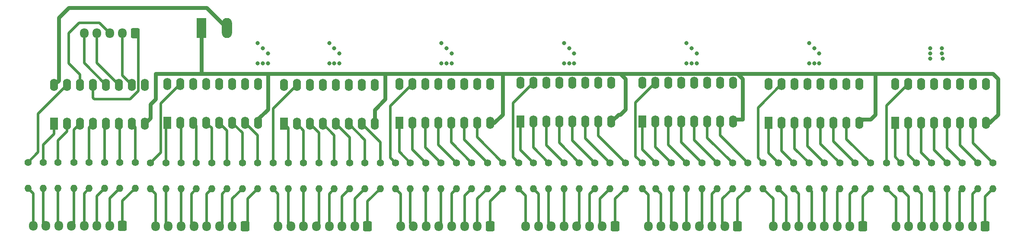
<source format=gbr>
%TF.GenerationSoftware,KiCad,Pcbnew,7.0.9*%
%TF.CreationDate,2023-12-27T00:16:36+05:30*%
%TF.ProjectId,Led_Cube_BaseControlerV2,4c65645f-4375-4626-955f-42617365436f,rev?*%
%TF.SameCoordinates,Original*%
%TF.FileFunction,Copper,L2,Bot*%
%TF.FilePolarity,Positive*%
%FSLAX46Y46*%
G04 Gerber Fmt 4.6, Leading zero omitted, Abs format (unit mm)*
G04 Created by KiCad (PCBNEW 7.0.9) date 2023-12-27 00:16:36*
%MOMM*%
%LPD*%
G01*
G04 APERTURE LIST*
G04 Aperture macros list*
%AMRoundRect*
0 Rectangle with rounded corners*
0 $1 Rounding radius*
0 $2 $3 $4 $5 $6 $7 $8 $9 X,Y pos of 4 corners*
0 Add a 4 corners polygon primitive as box body*
4,1,4,$2,$3,$4,$5,$6,$7,$8,$9,$2,$3,0*
0 Add four circle primitives for the rounded corners*
1,1,$1+$1,$2,$3*
1,1,$1+$1,$4,$5*
1,1,$1+$1,$6,$7*
1,1,$1+$1,$8,$9*
0 Add four rect primitives between the rounded corners*
20,1,$1+$1,$2,$3,$4,$5,0*
20,1,$1+$1,$4,$5,$6,$7,0*
20,1,$1+$1,$6,$7,$8,$9,0*
20,1,$1+$1,$8,$9,$2,$3,0*%
G04 Aperture macros list end*
%TA.AperFunction,ComponentPad*%
%ADD10RoundRect,0.250000X0.600000X0.725000X-0.600000X0.725000X-0.600000X-0.725000X0.600000X-0.725000X0*%
%TD*%
%TA.AperFunction,ComponentPad*%
%ADD11O,1.700000X1.950000*%
%TD*%
%TA.AperFunction,ComponentPad*%
%ADD12C,1.400000*%
%TD*%
%TA.AperFunction,ComponentPad*%
%ADD13O,1.400000X1.400000*%
%TD*%
%TA.AperFunction,ComponentPad*%
%ADD14R,1.600000X2.400000*%
%TD*%
%TA.AperFunction,ComponentPad*%
%ADD15O,1.600000X2.400000*%
%TD*%
%TA.AperFunction,ComponentPad*%
%ADD16R,1.980000X3.960000*%
%TD*%
%TA.AperFunction,ComponentPad*%
%ADD17O,1.980000X3.960000*%
%TD*%
%TA.AperFunction,ViaPad*%
%ADD18C,0.800000*%
%TD*%
%TA.AperFunction,Conductor*%
%ADD19C,0.500000*%
%TD*%
%TA.AperFunction,Conductor*%
%ADD20C,0.750000*%
%TD*%
%TA.AperFunction,Conductor*%
%ADD21C,0.250000*%
%TD*%
G04 APERTURE END LIST*
D10*
%TO.P,Contoller,1,Pin_1*%
%TO.N,Net-(J1-Pin_1)*%
X63000000Y-46000000D03*
D11*
%TO.P,Contoller,2,Pin_2*%
%TO.N,Net-(J1-Pin_2)*%
X60500000Y-46000000D03*
%TO.P,Contoller,3,Pin_3*%
%TO.N,Net-(J1-Pin_3)*%
X58000000Y-46000000D03*
%TO.P,Contoller,4,Pin_4*%
%TO.N,Net-(J1-Pin_4)*%
X55500000Y-46000000D03*
%TO.P,Contoller,5,Pin_5*%
%TO.N,Net-(J1-Pin_5)*%
X53000000Y-46000000D03*
%TD*%
D12*
%TO.P,R41,1*%
%TO.N,Net-(U6-QA)*%
X162300000Y-71510000D03*
D13*
%TO.P,R41,2*%
%TO.N,Net-(J8-Pin_8)*%
X162300000Y-76590000D03*
%TD*%
D12*
%TO.P,R2,1*%
%TO.N,Net-(U3-QB)*%
X45000000Y-71420000D03*
D13*
%TO.P,R2,2*%
%TO.N,Net-(J3-Pin_7)*%
X45000000Y-76500000D03*
%TD*%
D14*
%TO.P,U2,1,QB*%
%TO.N,Net-(U1-QB)*%
X69300000Y-63620000D03*
D15*
%TO.P,U2,2,QC*%
%TO.N,Net-(U1-QC)*%
X71840000Y-63620000D03*
%TO.P,U2,3,QD*%
%TO.N,Net-(U1-QD)*%
X74380000Y-63620000D03*
%TO.P,U2,4,QE*%
%TO.N,Net-(U1-QE)*%
X76920000Y-63620000D03*
%TO.P,U2,5,QF*%
%TO.N,Net-(U1-QF)*%
X79460000Y-63620000D03*
%TO.P,U2,6,QG*%
%TO.N,Net-(U1-QG)*%
X82000000Y-63620000D03*
%TO.P,U2,7,QH*%
%TO.N,Net-(U1-QH)*%
X84540000Y-63620000D03*
%TO.P,U2,8,GND*%
%TO.N,Net-(J2-Pin_1)*%
X87080000Y-63620000D03*
%TO.P,U2,9,QH'*%
%TO.N,Net-(U1-QH')*%
X87080000Y-56000000D03*
%TO.P,U2,10,~{SRCLR}*%
%TO.N,Net-(J1-Pin_2)*%
X84540000Y-56000000D03*
%TO.P,U2,11,SRCLK*%
%TO.N,Net-(J1-Pin_4)*%
X82000000Y-56000000D03*
%TO.P,U2,12,RCLK*%
%TO.N,Net-(J1-Pin_5)*%
X79460000Y-56000000D03*
%TO.P,U2,13,~{OE}*%
%TO.N,Net-(J1-Pin_1)*%
X76920000Y-56000000D03*
%TO.P,U2,14,SER*%
%TO.N,Net-(U1-SER)*%
X74380000Y-56000000D03*
%TO.P,U2,15,QA*%
%TO.N,Net-(U1-QA)*%
X71840000Y-56000000D03*
%TO.P,U2,16,VCC*%
%TO.N,Net-(J2-Pin_2)*%
X69300000Y-56000000D03*
%TD*%
D12*
%TO.P,R17,1*%
%TO.N,Net-(U2-QA)*%
X90000000Y-71510000D03*
D13*
%TO.P,R17,2*%
%TO.N,Net-(J5-Pin_8)*%
X90000000Y-76590000D03*
%TD*%
D12*
%TO.P,R14,1*%
%TO.N,Net-(U1-QF)*%
X81000000Y-71510000D03*
D13*
%TO.P,R14,2*%
%TO.N,Net-(J4-Pin_3)*%
X81000000Y-76590000D03*
%TD*%
D12*
%TO.P,R22,1*%
%TO.N,Net-(U2-QF)*%
X105000000Y-71510000D03*
D13*
%TO.P,R22,2*%
%TO.N,Net-(J5-Pin_3)*%
X105000000Y-76590000D03*
%TD*%
D10*
%TO.P,Row_1,1,Pin_1*%
%TO.N,Net-(J3-Pin_1)*%
X60500000Y-83910000D03*
D11*
%TO.P,Row_1,2,Pin_2*%
%TO.N,Net-(J3-Pin_2)*%
X58000000Y-83910000D03*
%TO.P,Row_1,3,Pin_3*%
%TO.N,Net-(J3-Pin_3)*%
X55500000Y-83910000D03*
%TO.P,Row_1,4,Pin_4*%
%TO.N,Net-(J3-Pin_4)*%
X53000000Y-83910000D03*
%TO.P,Row_1,5,Pin_5*%
%TO.N,Net-(J3-Pin_5)*%
X50500000Y-83910000D03*
%TO.P,Row_1,6,Pin_6*%
%TO.N,Net-(J3-Pin_6)*%
X48000000Y-83910000D03*
%TO.P,Row_1,7,Pin_7*%
%TO.N,Net-(J3-Pin_7)*%
X45500000Y-83910000D03*
%TO.P,Row_1,8,Pin_8*%
%TO.N,Net-(J3-Pin_8)*%
X43000000Y-83910000D03*
%TD*%
D12*
%TO.P,R45,1*%
%TO.N,Net-(U6-QE)*%
X174000000Y-71510000D03*
D13*
%TO.P,R45,2*%
%TO.N,Net-(J8-Pin_4)*%
X174000000Y-76590000D03*
%TD*%
D12*
%TO.P,R26,1*%
%TO.N,Net-(U4-QB)*%
X116900000Y-71510000D03*
D13*
%TO.P,R26,2*%
%TO.N,Net-(J6-Pin_7)*%
X116900000Y-76590000D03*
%TD*%
D12*
%TO.P,R54,1*%
%TO.N,Net-(U7-QF)*%
X201000000Y-71510000D03*
D13*
%TO.P,R54,2*%
%TO.N,Net-(J9-Pin_3)*%
X201000000Y-76590000D03*
%TD*%
D12*
%TO.P,R7,1*%
%TO.N,Net-(U3-QG)*%
X60000000Y-71420000D03*
D13*
%TO.P,R7,2*%
%TO.N,Net-(J3-Pin_2)*%
X60000000Y-76500000D03*
%TD*%
D12*
%TO.P,R51,1*%
%TO.N,Net-(U7-QC)*%
X192000000Y-71510000D03*
D13*
%TO.P,R51,2*%
%TO.N,Net-(J9-Pin_6)*%
X192000000Y-76590000D03*
%TD*%
D12*
%TO.P,R63,1*%
%TO.N,Net-(U8-QG)*%
X228000000Y-71510000D03*
D13*
%TO.P,R63,2*%
%TO.N,Net-(J10-Pin_2)*%
X228000000Y-76590000D03*
%TD*%
D14*
%TO.P,U8,1,QB*%
%TO.N,Net-(U8-QB)*%
X211860000Y-63670000D03*
D15*
%TO.P,U8,2,QC*%
%TO.N,Net-(U8-QC)*%
X214400000Y-63670000D03*
%TO.P,U8,3,QD*%
%TO.N,Net-(U8-QD)*%
X216940000Y-63670000D03*
%TO.P,U8,4,QE*%
%TO.N,Net-(U8-QE)*%
X219480000Y-63670000D03*
%TO.P,U8,5,QF*%
%TO.N,Net-(U8-QF)*%
X222020000Y-63670000D03*
%TO.P,U8,6,QG*%
%TO.N,Net-(U8-QG)*%
X224560000Y-63670000D03*
%TO.P,U8,7,QH*%
%TO.N,Net-(U8-QH)*%
X227100000Y-63670000D03*
%TO.P,U8,8,GND*%
%TO.N,Net-(J2-Pin_1)*%
X229640000Y-63670000D03*
%TO.P,U8,9,QH'*%
%TO.N,unconnected-(U8-QH'-Pad9)*%
X229640000Y-56050000D03*
%TO.P,U8,10,~{SRCLR}*%
%TO.N,Net-(J1-Pin_2)*%
X227100000Y-56050000D03*
%TO.P,U8,11,SRCLK*%
%TO.N,Net-(J1-Pin_4)*%
X224560000Y-56050000D03*
%TO.P,U8,12,RCLK*%
%TO.N,Net-(J1-Pin_5)*%
X222020000Y-56050000D03*
%TO.P,U8,13,~{OE}*%
%TO.N,Net-(J1-Pin_1)*%
X219480000Y-56050000D03*
%TO.P,U8,14,SER*%
%TO.N,Net-(U7-QH')*%
X216940000Y-56050000D03*
%TO.P,U8,15,QA*%
%TO.N,Net-(U8-QA)*%
X214400000Y-56050000D03*
%TO.P,U8,16,VCC*%
%TO.N,Net-(J2-Pin_2)*%
X211860000Y-56050000D03*
%TD*%
D14*
%TO.P,U4,1,QB*%
%TO.N,Net-(U4-QB)*%
X114730000Y-63670000D03*
D15*
%TO.P,U4,2,QC*%
%TO.N,Net-(U4-QC)*%
X117270000Y-63670000D03*
%TO.P,U4,3,QD*%
%TO.N,Net-(U4-QD)*%
X119810000Y-63670000D03*
%TO.P,U4,4,QE*%
%TO.N,Net-(U4-QE)*%
X122350000Y-63670000D03*
%TO.P,U4,5,QF*%
%TO.N,Net-(U4-QF)*%
X124890000Y-63670000D03*
%TO.P,U4,6,QG*%
%TO.N,Net-(U4-QG)*%
X127430000Y-63670000D03*
%TO.P,U4,7,QH*%
%TO.N,Net-(U4-QH)*%
X129970000Y-63670000D03*
%TO.P,U4,8,GND*%
%TO.N,Net-(J2-Pin_1)*%
X132510000Y-63670000D03*
%TO.P,U4,9,QH'*%
%TO.N,Net-(U4-QH')*%
X132510000Y-56050000D03*
%TO.P,U4,10,~{SRCLR}*%
%TO.N,Net-(J1-Pin_2)*%
X129970000Y-56050000D03*
%TO.P,U4,11,SRCLK*%
%TO.N,Net-(J1-Pin_4)*%
X127430000Y-56050000D03*
%TO.P,U4,12,RCLK*%
%TO.N,Net-(J1-Pin_5)*%
X124890000Y-56050000D03*
%TO.P,U4,13,~{OE}*%
%TO.N,Net-(J1-Pin_1)*%
X122350000Y-56050000D03*
%TO.P,U4,14,SER*%
%TO.N,Net-(U2-QH')*%
X119810000Y-56050000D03*
%TO.P,U4,15,QA*%
%TO.N,Net-(U4-QA)*%
X117270000Y-56050000D03*
%TO.P,U4,16,VCC*%
%TO.N,Net-(J2-Pin_2)*%
X114730000Y-56050000D03*
%TD*%
D12*
%TO.P,R52,1*%
%TO.N,Net-(U7-QD)*%
X195000000Y-71510000D03*
D13*
%TO.P,R52,2*%
%TO.N,Net-(J9-Pin_5)*%
X195000000Y-76590000D03*
%TD*%
D14*
%TO.P,U3,1,QB*%
%TO.N,Net-(U2-QB)*%
X92125000Y-63825000D03*
D15*
%TO.P,U3,2,QC*%
%TO.N,Net-(U2-QC)*%
X94665000Y-63825000D03*
%TO.P,U3,3,QD*%
%TO.N,Net-(U2-QD)*%
X97205000Y-63825000D03*
%TO.P,U3,4,QE*%
%TO.N,Net-(U2-QE)*%
X99745000Y-63825000D03*
%TO.P,U3,5,QF*%
%TO.N,Net-(U2-QF)*%
X102285000Y-63825000D03*
%TO.P,U3,6,QG*%
%TO.N,Net-(U2-QG)*%
X104825000Y-63825000D03*
%TO.P,U3,7,QH*%
%TO.N,Net-(U2-QH)*%
X107365000Y-63825000D03*
%TO.P,U3,8,GND*%
%TO.N,Net-(J2-Pin_1)*%
X109905000Y-63825000D03*
%TO.P,U3,9,QH'*%
%TO.N,Net-(U2-QH')*%
X109905000Y-56205000D03*
%TO.P,U3,10,~{SRCLR}*%
%TO.N,Net-(J1-Pin_2)*%
X107365000Y-56205000D03*
%TO.P,U3,11,SRCLK*%
%TO.N,Net-(J1-Pin_4)*%
X104825000Y-56205000D03*
%TO.P,U3,12,RCLK*%
%TO.N,Net-(J1-Pin_5)*%
X102285000Y-56205000D03*
%TO.P,U3,13,~{OE}*%
%TO.N,Net-(J1-Pin_1)*%
X99745000Y-56205000D03*
%TO.P,U3,14,SER*%
%TO.N,Net-(U1-QH')*%
X97205000Y-56205000D03*
%TO.P,U3,15,QA*%
%TO.N,Net-(U2-QA)*%
X94665000Y-56205000D03*
%TO.P,U3,16,VCC*%
%TO.N,Net-(J2-Pin_2)*%
X92125000Y-56205000D03*
%TD*%
D12*
%TO.P,R16,1*%
%TO.N,Net-(U1-QH)*%
X87000000Y-71510000D03*
D13*
%TO.P,R16,2*%
%TO.N,Net-(J4-Pin_1)*%
X87000000Y-76590000D03*
%TD*%
D10*
%TO.P,Row_8,1,Pin_1*%
%TO.N,Net-(J10-Pin_1)*%
X229500000Y-84000000D03*
D11*
%TO.P,Row_8,2,Pin_2*%
%TO.N,Net-(J10-Pin_2)*%
X227000000Y-84000000D03*
%TO.P,Row_8,3,Pin_3*%
%TO.N,Net-(J10-Pin_3)*%
X224500000Y-84000000D03*
%TO.P,Row_8,4,Pin_4*%
%TO.N,Net-(J10-Pin_4)*%
X222000000Y-84000000D03*
%TO.P,Row_8,5,Pin_5*%
%TO.N,Net-(J10-Pin_5)*%
X219500000Y-84000000D03*
%TO.P,Row_8,6,Pin_6*%
%TO.N,Net-(J10-Pin_6)*%
X217000000Y-84000000D03*
%TO.P,Row_8,7,Pin_7*%
%TO.N,Net-(J10-Pin_7)*%
X214500000Y-84000000D03*
%TO.P,Row_8,8,Pin_8*%
%TO.N,Net-(J10-Pin_8)*%
X212000000Y-84000000D03*
%TD*%
D12*
%TO.P,R27,1*%
%TO.N,Net-(U4-QC)*%
X119900000Y-71550000D03*
D13*
%TO.P,R27,2*%
%TO.N,Net-(J6-Pin_6)*%
X119900000Y-76630000D03*
%TD*%
D12*
%TO.P,R8,1*%
%TO.N,Net-(U3-QH)*%
X63000000Y-71420000D03*
D13*
%TO.P,R8,2*%
%TO.N,Net-(J3-Pin_1)*%
X63000000Y-76500000D03*
%TD*%
D10*
%TO.P,Row_2,1,Pin_1*%
%TO.N,Net-(J4-Pin_1)*%
X84500000Y-84000000D03*
D11*
%TO.P,Row_2,2,Pin_2*%
%TO.N,Net-(J4-Pin_2)*%
X82000000Y-84000000D03*
%TO.P,Row_2,3,Pin_3*%
%TO.N,Net-(J4-Pin_3)*%
X79500000Y-84000000D03*
%TO.P,Row_2,4,Pin_4*%
%TO.N,Net-(J4-Pin_4)*%
X77000000Y-84000000D03*
%TO.P,Row_2,5,Pin_5*%
%TO.N,Net-(J4-Pin_5)*%
X74500000Y-84000000D03*
%TO.P,Row_2,6,Pin_6*%
%TO.N,Net-(J4-Pin_6)*%
X72000000Y-84000000D03*
%TO.P,Row_2,7,Pin_7*%
%TO.N,Net-(J4-Pin_7)*%
X69500000Y-84000000D03*
%TO.P,Row_2,8,Pin_8*%
%TO.N,Net-(J4-Pin_8)*%
X67000000Y-84000000D03*
%TD*%
D12*
%TO.P,R42,1*%
%TO.N,Net-(U6-QB)*%
X165000000Y-71510000D03*
D13*
%TO.P,R42,2*%
%TO.N,Net-(J8-Pin_7)*%
X165000000Y-76590000D03*
%TD*%
D12*
%TO.P,R47,1*%
%TO.N,Net-(U6-QG)*%
X180000000Y-71510000D03*
D13*
%TO.P,R47,2*%
%TO.N,Net-(J8-Pin_2)*%
X180000000Y-76590000D03*
%TD*%
D12*
%TO.P,R38,1*%
%TO.N,Net-(U5-QF)*%
X153000000Y-71510000D03*
D13*
%TO.P,R38,2*%
%TO.N,Net-(J7-Pin_3)*%
X153000000Y-76590000D03*
%TD*%
D12*
%TO.P,R5,1*%
%TO.N,Net-(U3-QE)*%
X54000000Y-71420000D03*
D13*
%TO.P,R5,2*%
%TO.N,Net-(J3-Pin_4)*%
X54000000Y-76500000D03*
%TD*%
D12*
%TO.P,R53,1*%
%TO.N,Net-(U7-QE)*%
X198000000Y-71510000D03*
D13*
%TO.P,R53,2*%
%TO.N,Net-(J9-Pin_4)*%
X198000000Y-76590000D03*
%TD*%
D14*
%TO.P,U5,1,QB*%
%TO.N,Net-(U5-QB)*%
X138450000Y-63420000D03*
D15*
%TO.P,U5,2,QC*%
%TO.N,Net-(U5-QC)*%
X140990000Y-63420000D03*
%TO.P,U5,3,QD*%
%TO.N,Net-(U5-QD)*%
X143530000Y-63420000D03*
%TO.P,U5,4,QE*%
%TO.N,Net-(U5-QE)*%
X146070000Y-63420000D03*
%TO.P,U5,5,QF*%
%TO.N,Net-(U5-QF)*%
X148610000Y-63420000D03*
%TO.P,U5,6,QG*%
%TO.N,Net-(U5-QG)*%
X151150000Y-63420000D03*
%TO.P,U5,7,QH*%
%TO.N,Net-(U5-QH)*%
X153690000Y-63420000D03*
%TO.P,U5,8,GND*%
%TO.N,Net-(J2-Pin_1)*%
X156230000Y-63420000D03*
%TO.P,U5,9,QH'*%
%TO.N,Net-(U5-QH')*%
X156230000Y-55800000D03*
%TO.P,U5,10,~{SRCLR}*%
%TO.N,Net-(J1-Pin_2)*%
X153690000Y-55800000D03*
%TO.P,U5,11,SRCLK*%
%TO.N,Net-(J1-Pin_4)*%
X151150000Y-55800000D03*
%TO.P,U5,12,RCLK*%
%TO.N,Net-(J1-Pin_5)*%
X148610000Y-55800000D03*
%TO.P,U5,13,~{OE}*%
%TO.N,Net-(J1-Pin_1)*%
X146070000Y-55800000D03*
%TO.P,U5,14,SER*%
%TO.N,Net-(U4-QH')*%
X143530000Y-55800000D03*
%TO.P,U5,15,QA*%
%TO.N,Net-(U5-QA)*%
X140990000Y-55800000D03*
%TO.P,U5,16,VCC*%
%TO.N,Net-(J2-Pin_2)*%
X138450000Y-55800000D03*
%TD*%
D12*
%TO.P,R37,1*%
%TO.N,Net-(U5-QE)*%
X150000000Y-71510000D03*
D13*
%TO.P,R37,2*%
%TO.N,Net-(J7-Pin_4)*%
X150000000Y-76590000D03*
%TD*%
D12*
%TO.P,R62,1*%
%TO.N,Net-(U8-QF)*%
X225000000Y-71510000D03*
D13*
%TO.P,R62,2*%
%TO.N,Net-(J10-Pin_3)*%
X225000000Y-76590000D03*
%TD*%
D12*
%TO.P,R64,1*%
%TO.N,Net-(U8-QH)*%
X231000000Y-71510000D03*
D13*
%TO.P,R64,2*%
%TO.N,Net-(J10-Pin_1)*%
X231000000Y-76590000D03*
%TD*%
D12*
%TO.P,R1,1*%
%TO.N,Net-(U3-QA)*%
X42000000Y-71420000D03*
D13*
%TO.P,R1,2*%
%TO.N,Net-(J3-Pin_8)*%
X42000000Y-76500000D03*
%TD*%
D12*
%TO.P,R55,1*%
%TO.N,Net-(U7-QG)*%
X204000000Y-71510000D03*
D13*
%TO.P,R55,2*%
%TO.N,Net-(J9-Pin_2)*%
X204000000Y-76590000D03*
%TD*%
D12*
%TO.P,R46,1*%
%TO.N,Net-(U6-QF)*%
X177000000Y-71510000D03*
D13*
%TO.P,R46,2*%
%TO.N,Net-(J8-Pin_3)*%
X177000000Y-76590000D03*
%TD*%
D16*
%TO.P,power,1,Pin_1*%
%TO.N,Net-(J2-Pin_1)*%
X76000000Y-45000000D03*
D17*
%TO.P,power,2,Pin_2*%
%TO.N,Net-(J2-Pin_2)*%
X81000000Y-45000000D03*
%TD*%
D12*
%TO.P,R35,1*%
%TO.N,Net-(U5-QC)*%
X144000000Y-71510000D03*
D13*
%TO.P,R35,2*%
%TO.N,Net-(J7-Pin_6)*%
X144000000Y-76590000D03*
%TD*%
D12*
%TO.P,R61,1*%
%TO.N,Net-(U8-QE)*%
X222000000Y-71510000D03*
D13*
%TO.P,R61,2*%
%TO.N,Net-(J10-Pin_4)*%
X222000000Y-76590000D03*
%TD*%
D12*
%TO.P,R48,1*%
%TO.N,Net-(U6-QH)*%
X183000000Y-71510000D03*
D13*
%TO.P,R48,2*%
%TO.N,Net-(J8-Pin_1)*%
X183000000Y-76590000D03*
%TD*%
D12*
%TO.P,R20,1*%
%TO.N,Net-(U2-QD)*%
X99000000Y-71510000D03*
D13*
%TO.P,R20,2*%
%TO.N,Net-(J5-Pin_5)*%
X99000000Y-76590000D03*
%TD*%
D12*
%TO.P,R19,1*%
%TO.N,Net-(U2-QC)*%
X96000000Y-71510000D03*
D13*
%TO.P,R19,2*%
%TO.N,Net-(J5-Pin_6)*%
X96000000Y-76590000D03*
%TD*%
D12*
%TO.P,R18,1*%
%TO.N,Net-(U2-QB)*%
X93000000Y-71510000D03*
D13*
%TO.P,R18,2*%
%TO.N,Net-(J5-Pin_7)*%
X93000000Y-76590000D03*
%TD*%
D12*
%TO.P,R49,1*%
%TO.N,Net-(U7-QA)*%
X186000000Y-71510000D03*
D13*
%TO.P,R49,2*%
%TO.N,Net-(J9-Pin_8)*%
X186000000Y-76590000D03*
%TD*%
D12*
%TO.P,R29,1*%
%TO.N,Net-(U4-QE)*%
X125900000Y-71550000D03*
D13*
%TO.P,R29,2*%
%TO.N,Net-(J6-Pin_4)*%
X125900000Y-76630000D03*
%TD*%
D12*
%TO.P,R44,1*%
%TO.N,Net-(U6-QD)*%
X171000000Y-71510000D03*
D13*
%TO.P,R44,2*%
%TO.N,Net-(J8-Pin_5)*%
X171000000Y-76590000D03*
%TD*%
D10*
%TO.P,Row_7,1,Pin_1*%
%TO.N,Net-(J9-Pin_1)*%
X205500000Y-84000000D03*
D11*
%TO.P,Row_7,2,Pin_2*%
%TO.N,Net-(J9-Pin_2)*%
X203000000Y-84000000D03*
%TO.P,Row_7,3,Pin_3*%
%TO.N,Net-(J9-Pin_3)*%
X200500000Y-84000000D03*
%TO.P,Row_7,4,Pin_4*%
%TO.N,Net-(J9-Pin_4)*%
X198000000Y-84000000D03*
%TO.P,Row_7,5,Pin_5*%
%TO.N,Net-(J9-Pin_5)*%
X195500000Y-84000000D03*
%TO.P,Row_7,6,Pin_6*%
%TO.N,Net-(J9-Pin_6)*%
X193000000Y-84000000D03*
%TO.P,Row_7,7,Pin_7*%
%TO.N,Net-(J9-Pin_7)*%
X190500000Y-84000000D03*
%TO.P,Row_7,8,Pin_8*%
%TO.N,Net-(J9-Pin_8)*%
X188000000Y-84000000D03*
%TD*%
D12*
%TO.P,R6,1*%
%TO.N,Net-(U3-QF)*%
X57000000Y-71420000D03*
D13*
%TO.P,R6,2*%
%TO.N,Net-(J3-Pin_3)*%
X57000000Y-76500000D03*
%TD*%
D12*
%TO.P,R28,1*%
%TO.N,Net-(U4-QD)*%
X122900000Y-71550000D03*
D13*
%TO.P,R28,2*%
%TO.N,Net-(J6-Pin_5)*%
X122900000Y-76630000D03*
%TD*%
D12*
%TO.P,R10,1*%
%TO.N,Net-(U1-QB)*%
X69000000Y-71510000D03*
D13*
%TO.P,R10,2*%
%TO.N,Net-(J4-Pin_7)*%
X69000000Y-76590000D03*
%TD*%
D12*
%TO.P,R60,1*%
%TO.N,Net-(U8-QD)*%
X219000000Y-71510000D03*
D13*
%TO.P,R60,2*%
%TO.N,Net-(J10-Pin_5)*%
X219000000Y-76590000D03*
%TD*%
D12*
%TO.P,R50,1*%
%TO.N,Net-(U7-QB)*%
X189000000Y-71510000D03*
D13*
%TO.P,R50,2*%
%TO.N,Net-(J9-Pin_7)*%
X189000000Y-76590000D03*
%TD*%
D12*
%TO.P,R58,1*%
%TO.N,Net-(U8-QB)*%
X213000000Y-71510000D03*
D13*
%TO.P,R58,2*%
%TO.N,Net-(J10-Pin_7)*%
X213000000Y-76590000D03*
%TD*%
D12*
%TO.P,R13,1*%
%TO.N,Net-(U1-QE)*%
X78000000Y-71510000D03*
D13*
%TO.P,R13,2*%
%TO.N,Net-(J4-Pin_4)*%
X78000000Y-76590000D03*
%TD*%
D12*
%TO.P,R23,1*%
%TO.N,Net-(U2-QG)*%
X108000000Y-71510000D03*
D13*
%TO.P,R23,2*%
%TO.N,Net-(J5-Pin_2)*%
X108000000Y-76590000D03*
%TD*%
D12*
%TO.P,R40,1*%
%TO.N,Net-(U5-QH)*%
X159000000Y-71510000D03*
D13*
%TO.P,R40,2*%
%TO.N,Net-(J7-Pin_1)*%
X159000000Y-76590000D03*
%TD*%
D12*
%TO.P,R32,1*%
%TO.N,Net-(U4-QH)*%
X135000000Y-71510000D03*
D13*
%TO.P,R32,2*%
%TO.N,Net-(J6-Pin_1)*%
X135000000Y-76590000D03*
%TD*%
D12*
%TO.P,R31,1*%
%TO.N,Net-(U4-QG)*%
X132000000Y-71510000D03*
D13*
%TO.P,R31,2*%
%TO.N,Net-(J6-Pin_2)*%
X132000000Y-76590000D03*
%TD*%
D12*
%TO.P,R3,1*%
%TO.N,Net-(U3-QC)*%
X47850000Y-71420000D03*
D13*
%TO.P,R3,2*%
%TO.N,Net-(J3-Pin_6)*%
X47850000Y-76500000D03*
%TD*%
D14*
%TO.P,U1,1,QB*%
%TO.N,Net-(U3-QB)*%
X47125000Y-63825000D03*
D15*
%TO.P,U1,2,QC*%
%TO.N,Net-(U3-QC)*%
X49665000Y-63825000D03*
%TO.P,U1,3,QD*%
%TO.N,Net-(U3-QD)*%
X52205000Y-63825000D03*
%TO.P,U1,4,QE*%
%TO.N,Net-(U3-QE)*%
X54745000Y-63825000D03*
%TO.P,U1,5,QF*%
%TO.N,Net-(U3-QF)*%
X57285000Y-63825000D03*
%TO.P,U1,6,QG*%
%TO.N,Net-(U3-QG)*%
X59825000Y-63825000D03*
%TO.P,U1,7,QH*%
%TO.N,Net-(U3-QH)*%
X62365000Y-63825000D03*
%TO.P,U1,8,GND*%
%TO.N,Net-(J2-Pin_1)*%
X64905000Y-63825000D03*
%TO.P,U1,9,QH'*%
%TO.N,Net-(U1-SER)*%
X64905000Y-56205000D03*
%TO.P,U1,10,~{SRCLR}*%
%TO.N,Net-(J1-Pin_2)*%
X62365000Y-56205000D03*
%TO.P,U1,11,SRCLK*%
%TO.N,Net-(J1-Pin_4)*%
X59825000Y-56205000D03*
%TO.P,U1,12,RCLK*%
%TO.N,Net-(J1-Pin_5)*%
X57285000Y-56205000D03*
%TO.P,U1,13,~{OE}*%
%TO.N,Net-(J1-Pin_1)*%
X54745000Y-56205000D03*
%TO.P,U1,14,SER*%
%TO.N,Net-(J1-Pin_3)*%
X52205000Y-56205000D03*
%TO.P,U1,15,QA*%
%TO.N,Net-(U3-QA)*%
X49665000Y-56205000D03*
%TO.P,U1,16,VCC*%
%TO.N,Net-(J2-Pin_2)*%
X47125000Y-56205000D03*
%TD*%
D12*
%TO.P,R9,1*%
%TO.N,Net-(U1-QA)*%
X66000000Y-71510000D03*
D13*
%TO.P,R9,2*%
%TO.N,Net-(J4-Pin_8)*%
X66000000Y-76590000D03*
%TD*%
D12*
%TO.P,R43,1*%
%TO.N,Net-(U6-QC)*%
X168000000Y-71510000D03*
D13*
%TO.P,R43,2*%
%TO.N,Net-(J8-Pin_6)*%
X168000000Y-76590000D03*
%TD*%
D12*
%TO.P,R33,1*%
%TO.N,Net-(U5-QA)*%
X138100000Y-71510000D03*
D13*
%TO.P,R33,2*%
%TO.N,Net-(J7-Pin_8)*%
X138100000Y-76590000D03*
%TD*%
D10*
%TO.P,Row_4,1,Pin_1*%
%TO.N,Net-(J6-Pin_1)*%
X132500000Y-84000000D03*
D11*
%TO.P,Row_4,2,Pin_2*%
%TO.N,Net-(J6-Pin_2)*%
X130000000Y-84000000D03*
%TO.P,Row_4,3,Pin_3*%
%TO.N,Net-(J6-Pin_3)*%
X127500000Y-84000000D03*
%TO.P,Row_4,4,Pin_4*%
%TO.N,Net-(J6-Pin_4)*%
X125000000Y-84000000D03*
%TO.P,Row_4,5,Pin_5*%
%TO.N,Net-(J6-Pin_5)*%
X122500000Y-84000000D03*
%TO.P,Row_4,6,Pin_6*%
%TO.N,Net-(J6-Pin_6)*%
X120000000Y-84000000D03*
%TO.P,Row_4,7,Pin_7*%
%TO.N,Net-(J6-Pin_7)*%
X117500000Y-84000000D03*
%TO.P,Row_4,8,Pin_8*%
%TO.N,Net-(J6-Pin_8)*%
X115000000Y-84000000D03*
%TD*%
D12*
%TO.P,R25,1*%
%TO.N,Net-(U4-QA)*%
X114000000Y-71510000D03*
D13*
%TO.P,R25,2*%
%TO.N,Net-(J6-Pin_8)*%
X114000000Y-76590000D03*
%TD*%
D12*
%TO.P,R30,1*%
%TO.N,Net-(U4-QF)*%
X128900000Y-71510000D03*
D13*
%TO.P,R30,2*%
%TO.N,Net-(J6-Pin_3)*%
X128900000Y-76590000D03*
%TD*%
D12*
%TO.P,R21,1*%
%TO.N,Net-(U2-QE)*%
X102000000Y-71510000D03*
D13*
%TO.P,R21,2*%
%TO.N,Net-(J5-Pin_4)*%
X102000000Y-76590000D03*
%TD*%
D12*
%TO.P,R39,1*%
%TO.N,Net-(U5-QG)*%
X156000000Y-71510000D03*
D13*
%TO.P,R39,2*%
%TO.N,Net-(J7-Pin_2)*%
X156000000Y-76590000D03*
%TD*%
D12*
%TO.P,R4,1*%
%TO.N,Net-(U3-QD)*%
X51000000Y-71420000D03*
D13*
%TO.P,R4,2*%
%TO.N,Net-(J3-Pin_5)*%
X51000000Y-76500000D03*
%TD*%
D14*
%TO.P,U6,1,QB*%
%TO.N,Net-(U6-QB)*%
X162360000Y-63420000D03*
D15*
%TO.P,U6,2,QC*%
%TO.N,Net-(U6-QC)*%
X164900000Y-63420000D03*
%TO.P,U6,3,QD*%
%TO.N,Net-(U6-QD)*%
X167440000Y-63420000D03*
%TO.P,U6,4,QE*%
%TO.N,Net-(U6-QE)*%
X169980000Y-63420000D03*
%TO.P,U6,5,QF*%
%TO.N,Net-(U6-QF)*%
X172520000Y-63420000D03*
%TO.P,U6,6,QG*%
%TO.N,Net-(U6-QG)*%
X175060000Y-63420000D03*
%TO.P,U6,7,QH*%
%TO.N,Net-(U6-QH)*%
X177600000Y-63420000D03*
%TO.P,U6,8,GND*%
%TO.N,Net-(J2-Pin_1)*%
X180140000Y-63420000D03*
%TO.P,U6,9,QH'*%
%TO.N,Net-(U6-QH')*%
X180140000Y-55800000D03*
%TO.P,U6,10,~{SRCLR}*%
%TO.N,Net-(J1-Pin_2)*%
X177600000Y-55800000D03*
%TO.P,U6,11,SRCLK*%
%TO.N,Net-(J1-Pin_4)*%
X175060000Y-55800000D03*
%TO.P,U6,12,RCLK*%
%TO.N,Net-(J1-Pin_5)*%
X172520000Y-55800000D03*
%TO.P,U6,13,~{OE}*%
%TO.N,Net-(J1-Pin_1)*%
X169980000Y-55800000D03*
%TO.P,U6,14,SER*%
%TO.N,Net-(U5-QH')*%
X167440000Y-55800000D03*
%TO.P,U6,15,QA*%
%TO.N,Net-(U6-QA)*%
X164900000Y-55800000D03*
%TO.P,U6,16,VCC*%
%TO.N,Net-(J2-Pin_2)*%
X162360000Y-55800000D03*
%TD*%
D10*
%TO.P,Row_5,1,Pin_1*%
%TO.N,Net-(J7-Pin_1)*%
X157000000Y-84000000D03*
D11*
%TO.P,Row_5,2,Pin_2*%
%TO.N,Net-(J7-Pin_2)*%
X154500000Y-84000000D03*
%TO.P,Row_5,3,Pin_3*%
%TO.N,Net-(J7-Pin_3)*%
X152000000Y-84000000D03*
%TO.P,Row_5,4,Pin_4*%
%TO.N,Net-(J7-Pin_4)*%
X149500000Y-84000000D03*
%TO.P,Row_5,5,Pin_5*%
%TO.N,Net-(J7-Pin_5)*%
X147000000Y-84000000D03*
%TO.P,Row_5,6,Pin_6*%
%TO.N,Net-(J7-Pin_6)*%
X144500000Y-84000000D03*
%TO.P,Row_5,7,Pin_7*%
%TO.N,Net-(J7-Pin_7)*%
X142000000Y-84000000D03*
%TO.P,Row_5,8,Pin_8*%
%TO.N,Net-(J7-Pin_8)*%
X139500000Y-84000000D03*
%TD*%
D12*
%TO.P,R11,1*%
%TO.N,Net-(U1-QC)*%
X72000000Y-71510000D03*
D13*
%TO.P,R11,2*%
%TO.N,Net-(J4-Pin_6)*%
X72000000Y-76590000D03*
%TD*%
D12*
%TO.P,R24,1*%
%TO.N,Net-(U2-QH)*%
X111000000Y-71510000D03*
D13*
%TO.P,R24,2*%
%TO.N,Net-(J5-Pin_1)*%
X111000000Y-76590000D03*
%TD*%
D12*
%TO.P,R36,1*%
%TO.N,Net-(U5-QD)*%
X147000000Y-71510000D03*
D13*
%TO.P,R36,2*%
%TO.N,Net-(J7-Pin_5)*%
X147000000Y-76590000D03*
%TD*%
D12*
%TO.P,R57,1*%
%TO.N,Net-(U8-QA)*%
X210200000Y-71510000D03*
D13*
%TO.P,R57,2*%
%TO.N,Net-(J10-Pin_8)*%
X210200000Y-76590000D03*
%TD*%
D10*
%TO.P,Row_3,1,Pin_1*%
%TO.N,Net-(J5-Pin_1)*%
X108500000Y-84000000D03*
D11*
%TO.P,Row_3,2,Pin_2*%
%TO.N,Net-(J5-Pin_2)*%
X106000000Y-84000000D03*
%TO.P,Row_3,3,Pin_3*%
%TO.N,Net-(J5-Pin_3)*%
X103500000Y-84000000D03*
%TO.P,Row_3,4,Pin_4*%
%TO.N,Net-(J5-Pin_4)*%
X101000000Y-84000000D03*
%TO.P,Row_3,5,Pin_5*%
%TO.N,Net-(J5-Pin_5)*%
X98500000Y-84000000D03*
%TO.P,Row_3,6,Pin_6*%
%TO.N,Net-(J5-Pin_6)*%
X96000000Y-84000000D03*
%TO.P,Row_3,7,Pin_7*%
%TO.N,Net-(J5-Pin_7)*%
X93500000Y-84000000D03*
%TO.P,Row_3,8,Pin_8*%
%TO.N,Net-(J5-Pin_8)*%
X91000000Y-84000000D03*
%TD*%
D12*
%TO.P,R34,1*%
%TO.N,Net-(U5-QB)*%
X141000000Y-71510000D03*
D13*
%TO.P,R34,2*%
%TO.N,Net-(J7-Pin_7)*%
X141000000Y-76590000D03*
%TD*%
D12*
%TO.P,R15,1*%
%TO.N,Net-(U1-QG)*%
X84000000Y-71510000D03*
D13*
%TO.P,R15,2*%
%TO.N,Net-(J4-Pin_2)*%
X84000000Y-76590000D03*
%TD*%
D10*
%TO.P,Row_6,1,Pin_1*%
%TO.N,Net-(J8-Pin_1)*%
X181000000Y-84000000D03*
D11*
%TO.P,Row_6,2,Pin_2*%
%TO.N,Net-(J8-Pin_2)*%
X178500000Y-84000000D03*
%TO.P,Row_6,3,Pin_3*%
%TO.N,Net-(J8-Pin_3)*%
X176000000Y-84000000D03*
%TO.P,Row_6,4,Pin_4*%
%TO.N,Net-(J8-Pin_4)*%
X173500000Y-84000000D03*
%TO.P,Row_6,5,Pin_5*%
%TO.N,Net-(J8-Pin_5)*%
X171000000Y-84000000D03*
%TO.P,Row_6,6,Pin_6*%
%TO.N,Net-(J8-Pin_6)*%
X168500000Y-84000000D03*
%TO.P,Row_6,7,Pin_7*%
%TO.N,Net-(J8-Pin_7)*%
X166000000Y-84000000D03*
%TO.P,Row_6,8,Pin_8*%
%TO.N,Net-(J8-Pin_8)*%
X163500000Y-84000000D03*
%TD*%
D12*
%TO.P,R56,1*%
%TO.N,Net-(U7-QH)*%
X207000000Y-71510000D03*
D13*
%TO.P,R56,2*%
%TO.N,Net-(J9-Pin_1)*%
X207000000Y-76590000D03*
%TD*%
D12*
%TO.P,R59,1*%
%TO.N,Net-(U8-QC)*%
X216000000Y-71510000D03*
D13*
%TO.P,R59,2*%
%TO.N,Net-(J10-Pin_6)*%
X216000000Y-76590000D03*
%TD*%
D12*
%TO.P,R12,1*%
%TO.N,Net-(U1-QD)*%
X75000000Y-71510000D03*
D13*
%TO.P,R12,2*%
%TO.N,Net-(J4-Pin_5)*%
X75000000Y-76590000D03*
%TD*%
D14*
%TO.P,U7,1,QB*%
%TO.N,Net-(U7-QB)*%
X187100000Y-63670000D03*
D15*
%TO.P,U7,2,QC*%
%TO.N,Net-(U7-QC)*%
X189640000Y-63670000D03*
%TO.P,U7,3,QD*%
%TO.N,Net-(U7-QD)*%
X192180000Y-63670000D03*
%TO.P,U7,4,QE*%
%TO.N,Net-(U7-QE)*%
X194720000Y-63670000D03*
%TO.P,U7,5,QF*%
%TO.N,Net-(U7-QF)*%
X197260000Y-63670000D03*
%TO.P,U7,6,QG*%
%TO.N,Net-(U7-QG)*%
X199800000Y-63670000D03*
%TO.P,U7,7,QH*%
%TO.N,Net-(U7-QH)*%
X202340000Y-63670000D03*
%TO.P,U7,8,GND*%
%TO.N,Net-(J2-Pin_1)*%
X204880000Y-63670000D03*
%TO.P,U7,9,QH'*%
%TO.N,Net-(U7-QH')*%
X204880000Y-56050000D03*
%TO.P,U7,10,~{SRCLR}*%
%TO.N,Net-(J1-Pin_2)*%
X202340000Y-56050000D03*
%TO.P,U7,11,SRCLK*%
%TO.N,Net-(J1-Pin_4)*%
X199800000Y-56050000D03*
%TO.P,U7,12,RCLK*%
%TO.N,Net-(J1-Pin_5)*%
X197260000Y-56050000D03*
%TO.P,U7,13,~{OE}*%
%TO.N,Net-(J1-Pin_1)*%
X194720000Y-56050000D03*
%TO.P,U7,14,SER*%
%TO.N,Net-(U6-QH')*%
X192180000Y-56050000D03*
%TO.P,U7,15,QA*%
%TO.N,Net-(U7-QA)*%
X189640000Y-56050000D03*
%TO.P,U7,16,VCC*%
%TO.N,Net-(J2-Pin_2)*%
X187100000Y-56050000D03*
%TD*%
D18*
%TO.N,Net-(J1-Pin_2)*%
X221174500Y-51000000D03*
X218755500Y-51000000D03*
%TO.N,Net-(J1-Pin_4)*%
X173000000Y-52000000D03*
X89000000Y-52000000D03*
X103000000Y-52000000D03*
X149000000Y-52000000D03*
X89000000Y-50000000D03*
X197000000Y-52000000D03*
X103000000Y-50000000D03*
X221011946Y-50011946D03*
X125000000Y-50000000D03*
X197000000Y-50000000D03*
X149000000Y-50000000D03*
X173000000Y-50000000D03*
X125000000Y-52000000D03*
X218755500Y-50000000D03*
%TO.N,Net-(J1-Pin_5)*%
X88000000Y-52000000D03*
X218755500Y-49000000D03*
X196000000Y-49000000D03*
X124000000Y-52000000D03*
X172000000Y-49000000D03*
X88000000Y-49000000D03*
X196000000Y-52000000D03*
X102000000Y-49000000D03*
X124000000Y-49000000D03*
X148000000Y-52000000D03*
X172000000Y-52000000D03*
X102000000Y-52000000D03*
X221000000Y-49000000D03*
X148000000Y-49000000D03*
%TO.N,Net-(J1-Pin_1)*%
X171000000Y-52000000D03*
X101000000Y-52000000D03*
X87000000Y-48000000D03*
X195000000Y-52000000D03*
X101000000Y-48000000D03*
X87000000Y-52000000D03*
X123000000Y-48000000D03*
X147000000Y-52000000D03*
X123000000Y-52000000D03*
X147000000Y-48000000D03*
X171000000Y-48000000D03*
X195000000Y-48000000D03*
%TD*%
D19*
%TO.N,Net-(U3-QB)*%
X47125000Y-65825000D02*
X47125000Y-63825000D01*
X45000000Y-67950000D02*
X47125000Y-65825000D01*
X45000000Y-71420000D02*
X45000000Y-67950000D01*
%TO.N,Net-(U3-QC)*%
X47850000Y-67150000D02*
X49665000Y-65335000D01*
X47850000Y-71420000D02*
X47850000Y-67150000D01*
X49665000Y-65335000D02*
X49665000Y-63825000D01*
%TO.N,Net-(J1-Pin_1)*%
X62000000Y-59000000D02*
X55000000Y-59000000D01*
X63615000Y-57385000D02*
X62000000Y-59000000D01*
X63615000Y-46615000D02*
X63615000Y-57385000D01*
X63490000Y-46490000D02*
X63615000Y-46615000D01*
X55000000Y-59000000D02*
X54745000Y-58745000D01*
X54745000Y-58745000D02*
X54745000Y-56205000D01*
%TO.N,Net-(U1-QA)*%
X68000000Y-59840000D02*
X71840000Y-56000000D01*
X66000000Y-71510000D02*
X68000000Y-69510000D01*
X68000000Y-69510000D02*
X68000000Y-59840000D01*
%TO.N,Net-(U3-QA)*%
X44000000Y-69420000D02*
X44000000Y-61870000D01*
X44000000Y-61870000D02*
X49665000Y-56205000D01*
X42000000Y-71420000D02*
X44000000Y-69420000D01*
%TO.N,Net-(J3-Pin_8)*%
X43000000Y-77500000D02*
X43000000Y-83910000D01*
X42000000Y-76500000D02*
X43000000Y-77500000D01*
%TO.N,Net-(U7-QG)*%
X199800000Y-63670000D02*
X199800000Y-67310000D01*
X199800000Y-67310000D02*
X204000000Y-71510000D01*
%TO.N,Net-(J9-Pin_2)*%
X203000000Y-77590000D02*
X204000000Y-76590000D01*
X203000000Y-84000000D02*
X203000000Y-77590000D01*
%TO.N,Net-(U7-QH)*%
X202340000Y-66850000D02*
X207000000Y-71510000D01*
X202340000Y-63670000D02*
X202340000Y-66850000D01*
%TO.N,Net-(J9-Pin_1)*%
X205500000Y-78090000D02*
X207000000Y-76590000D01*
X205500000Y-84000000D02*
X205500000Y-78090000D01*
%TO.N,Net-(U8-QA)*%
X210200000Y-60250000D02*
X210200000Y-71510000D01*
X214400000Y-56050000D02*
X210200000Y-60250000D01*
%TO.N,Net-(J10-Pin_8)*%
X212000000Y-78390000D02*
X210200000Y-76590000D01*
X212000000Y-84000000D02*
X212000000Y-78390000D01*
%TO.N,Net-(U8-QB)*%
X211860000Y-63670000D02*
X211860000Y-70370000D01*
X211860000Y-70370000D02*
X213000000Y-71510000D01*
%TO.N,Net-(J10-Pin_7)*%
X214500000Y-84000000D02*
X214500000Y-78090000D01*
X214500000Y-78090000D02*
X213000000Y-76590000D01*
%TO.N,Net-(U8-QC)*%
X214400000Y-63670000D02*
X214400000Y-69910000D01*
X214400000Y-69910000D02*
X216000000Y-71510000D01*
%TO.N,Net-(J10-Pin_6)*%
X217000000Y-84000000D02*
X217000000Y-77590000D01*
X217000000Y-77590000D02*
X216000000Y-76590000D01*
%TO.N,Net-(U8-QD)*%
X216940000Y-69450000D02*
X219000000Y-71510000D01*
X216940000Y-63670000D02*
X216940000Y-69450000D01*
%TO.N,Net-(J10-Pin_5)*%
X219500000Y-77090000D02*
X219000000Y-76590000D01*
X219500000Y-84000000D02*
X219500000Y-77090000D01*
%TO.N,Net-(U8-QE)*%
X219480000Y-63670000D02*
X219480000Y-68990000D01*
X219480000Y-68990000D02*
X222000000Y-71510000D01*
%TO.N,Net-(J10-Pin_4)*%
X222000000Y-84000000D02*
X222000000Y-76590000D01*
%TO.N,Net-(U8-QF)*%
X222020000Y-68530000D02*
X225000000Y-71510000D01*
X222020000Y-63670000D02*
X222020000Y-68530000D01*
%TO.N,Net-(J10-Pin_3)*%
X224500000Y-77090000D02*
X225000000Y-76590000D01*
X224500000Y-84000000D02*
X224500000Y-77090000D01*
%TO.N,Net-(U8-QG)*%
X224560000Y-68070000D02*
X228000000Y-71510000D01*
X224560000Y-63670000D02*
X224560000Y-68070000D01*
%TO.N,Net-(J10-Pin_2)*%
X227000000Y-84000000D02*
X227000000Y-77590000D01*
X227000000Y-77590000D02*
X228000000Y-76590000D01*
%TO.N,Net-(U1-QC)*%
X72000000Y-63780000D02*
X71840000Y-63620000D01*
X72000000Y-71510000D02*
X72000000Y-63780000D01*
%TO.N,Net-(J4-Pin_6)*%
X72000000Y-76590000D02*
X72000000Y-84000000D01*
%TO.N,Net-(J3-Pin_7)*%
X45000000Y-83410000D02*
X45500000Y-83910000D01*
X45000000Y-76500000D02*
X45000000Y-83410000D01*
%TO.N,Net-(J3-Pin_6)*%
X47850000Y-83760000D02*
X48000000Y-83910000D01*
X47850000Y-76500000D02*
X47850000Y-83760000D01*
%TO.N,Net-(U3-QD)*%
X51000000Y-65030000D02*
X52205000Y-63825000D01*
X51000000Y-71420000D02*
X51000000Y-65030000D01*
%TO.N,Net-(J3-Pin_5)*%
X51000000Y-83410000D02*
X50500000Y-83910000D01*
X51000000Y-76500000D02*
X51000000Y-83410000D01*
%TO.N,Net-(U3-QE)*%
X54000000Y-71420000D02*
X54000000Y-64570000D01*
X54000000Y-64570000D02*
X54745000Y-63825000D01*
%TO.N,Net-(J3-Pin_4)*%
X53000000Y-77500000D02*
X53000000Y-83910000D01*
X54000000Y-76500000D02*
X53000000Y-77500000D01*
%TO.N,Net-(U3-QF)*%
X57000000Y-64110000D02*
X57285000Y-63825000D01*
X57000000Y-71420000D02*
X57000000Y-64110000D01*
%TO.N,Net-(J3-Pin_3)*%
X55500000Y-78000000D02*
X55500000Y-83910000D01*
X57000000Y-76500000D02*
X55500000Y-78000000D01*
%TO.N,Net-(U3-QG)*%
X60000000Y-71420000D02*
X60000000Y-64000000D01*
X60000000Y-64000000D02*
X59825000Y-63825000D01*
%TO.N,Net-(J3-Pin_2)*%
X58000000Y-78500000D02*
X58000000Y-83910000D01*
X60000000Y-76500000D02*
X58000000Y-78500000D01*
%TO.N,Net-(U3-QH)*%
X63000000Y-71420000D02*
X63000000Y-64460000D01*
X63000000Y-64460000D02*
X62365000Y-63825000D01*
%TO.N,Net-(J3-Pin_1)*%
X60500000Y-79000000D02*
X60500000Y-83910000D01*
X63000000Y-76500000D02*
X60500000Y-79000000D01*
%TO.N,Net-(J4-Pin_8)*%
X66000000Y-76590000D02*
X67000000Y-77590000D01*
X67000000Y-77590000D02*
X67000000Y-84000000D01*
%TO.N,Net-(U1-QB)*%
X69000000Y-71510000D02*
X69000000Y-63920000D01*
X69000000Y-63920000D02*
X69300000Y-63620000D01*
%TO.N,Net-(J4-Pin_7)*%
X69000000Y-83500000D02*
X69500000Y-84000000D01*
X69000000Y-76590000D02*
X69000000Y-83500000D01*
%TO.N,Net-(U8-QH)*%
X227100000Y-67610000D02*
X231000000Y-71510000D01*
X227100000Y-63670000D02*
X227100000Y-67610000D01*
%TO.N,Net-(J10-Pin_1)*%
X229500000Y-84000000D02*
X229500000Y-78090000D01*
X229500000Y-78090000D02*
X231000000Y-76590000D01*
%TO.N,Net-(U1-QD)*%
X75000000Y-64240000D02*
X74380000Y-63620000D01*
X75000000Y-71510000D02*
X75000000Y-64240000D01*
%TO.N,Net-(J4-Pin_5)*%
X74000000Y-77590000D02*
X74000000Y-83500000D01*
X75000000Y-76590000D02*
X74000000Y-77590000D01*
X74000000Y-83500000D02*
X74500000Y-84000000D01*
%TO.N,Net-(U1-QE)*%
X78000000Y-71510000D02*
X78000000Y-64700000D01*
X78000000Y-64700000D02*
X76920000Y-63620000D01*
%TO.N,Net-(J4-Pin_4)*%
X78000000Y-76590000D02*
X77000000Y-77590000D01*
X77000000Y-77590000D02*
X77000000Y-84000000D01*
%TO.N,Net-(U1-QF)*%
X81000000Y-65160000D02*
X79460000Y-63620000D01*
X81000000Y-71510000D02*
X81000000Y-65160000D01*
%TO.N,Net-(J4-Pin_3)*%
X80000000Y-83500000D02*
X79500000Y-84000000D01*
X81000000Y-76590000D02*
X80000000Y-77590000D01*
X80000000Y-77590000D02*
X80000000Y-83500000D01*
%TO.N,Net-(U1-QG)*%
X84000000Y-71510000D02*
X84000000Y-65620000D01*
X84000000Y-65620000D02*
X82000000Y-63620000D01*
%TO.N,Net-(J4-Pin_2)*%
X84000000Y-76590000D02*
X82000000Y-78590000D01*
X82000000Y-78590000D02*
X82000000Y-84000000D01*
%TO.N,Net-(U1-QH)*%
X87000000Y-71510000D02*
X87000000Y-66080000D01*
X87000000Y-66080000D02*
X84540000Y-63620000D01*
%TO.N,Net-(J4-Pin_1)*%
X85000000Y-78590000D02*
X85000000Y-83500000D01*
X87000000Y-76590000D02*
X85000000Y-78590000D01*
X85000000Y-83500000D02*
X84500000Y-84000000D01*
%TO.N,Net-(U2-QA)*%
X90000000Y-60870000D02*
X94665000Y-56205000D01*
X90000000Y-71510000D02*
X90000000Y-60870000D01*
%TO.N,Net-(J5-Pin_8)*%
X90000000Y-76590000D02*
X91000000Y-77590000D01*
X91000000Y-77590000D02*
X91000000Y-84000000D01*
%TO.N,Net-(U2-QB)*%
X93000000Y-64700000D02*
X92125000Y-63825000D01*
X93000000Y-71510000D02*
X93000000Y-64700000D01*
%TO.N,Net-(J5-Pin_7)*%
X93000000Y-76590000D02*
X93000000Y-83500000D01*
X93000000Y-83500000D02*
X93500000Y-84000000D01*
%TO.N,Net-(U2-QC)*%
X96000000Y-65160000D02*
X94665000Y-63825000D01*
X96000000Y-71510000D02*
X96000000Y-65160000D01*
%TO.N,Net-(J5-Pin_6)*%
X96000000Y-76590000D02*
X96000000Y-84000000D01*
%TO.N,Net-(U2-QD)*%
X99000000Y-65620000D02*
X97205000Y-63825000D01*
X99000000Y-71510000D02*
X99000000Y-65620000D01*
%TO.N,Net-(J5-Pin_5)*%
X99000000Y-76590000D02*
X99000000Y-83500000D01*
X99000000Y-83500000D02*
X98500000Y-84000000D01*
%TO.N,Net-(U2-QE)*%
X102000000Y-71510000D02*
X102000000Y-66080000D01*
X102000000Y-66080000D02*
X99745000Y-63825000D01*
%TO.N,Net-(J5-Pin_4)*%
X101000000Y-77590000D02*
X101000000Y-84000000D01*
X102000000Y-76590000D02*
X101000000Y-77590000D01*
%TO.N,Net-(U2-QF)*%
X105000000Y-66540000D02*
X102285000Y-63825000D01*
X105000000Y-71510000D02*
X105000000Y-66540000D01*
%TO.N,Net-(J5-Pin_3)*%
X105000000Y-76590000D02*
X103500000Y-78090000D01*
X103500000Y-78090000D02*
X103500000Y-84000000D01*
%TO.N,Net-(U2-QG)*%
X108000000Y-67000000D02*
X104825000Y-63825000D01*
X108000000Y-71510000D02*
X108000000Y-67000000D01*
%TO.N,Net-(J5-Pin_2)*%
X106000000Y-78590000D02*
X106000000Y-84000000D01*
X108000000Y-76590000D02*
X106000000Y-78590000D01*
%TO.N,Net-(U2-QH)*%
X111000000Y-67460000D02*
X107365000Y-63825000D01*
X111000000Y-71510000D02*
X111000000Y-67460000D01*
%TO.N,Net-(J5-Pin_1)*%
X111000000Y-76590000D02*
X108500000Y-79090000D01*
X108500000Y-79090000D02*
X108500000Y-84000000D01*
%TO.N,Net-(U4-QA)*%
X113000000Y-60320000D02*
X113000000Y-70510000D01*
X117270000Y-56050000D02*
X113000000Y-60320000D01*
X113000000Y-70510000D02*
X114000000Y-71510000D01*
%TO.N,Net-(J6-Pin_8)*%
X114000000Y-76590000D02*
X115000000Y-77590000D01*
X115000000Y-77590000D02*
X115000000Y-84000000D01*
%TO.N,Net-(U4-QB)*%
X114730000Y-63670000D02*
X114730000Y-69340000D01*
X114730000Y-69340000D02*
X116900000Y-71510000D01*
%TO.N,Net-(J6-Pin_7)*%
X116900000Y-83400000D02*
X117500000Y-84000000D01*
X116900000Y-76590000D02*
X116900000Y-83400000D01*
%TO.N,Net-(U4-QC)*%
X117270000Y-68920000D02*
X119900000Y-71550000D01*
X117270000Y-63670000D02*
X117270000Y-68920000D01*
%TO.N,Net-(J6-Pin_6)*%
X119900000Y-76630000D02*
X119900000Y-83900000D01*
X119900000Y-83900000D02*
X120000000Y-84000000D01*
%TO.N,Net-(U4-QD)*%
X119810000Y-68460000D02*
X122900000Y-71550000D01*
X119810000Y-63670000D02*
X119810000Y-68460000D01*
%TO.N,Net-(J6-Pin_5)*%
X122900000Y-76630000D02*
X122900000Y-83600000D01*
X122900000Y-83600000D02*
X122500000Y-84000000D01*
%TO.N,Net-(U4-QE)*%
X122350000Y-68000000D02*
X125900000Y-71550000D01*
X122350000Y-63670000D02*
X122350000Y-68000000D01*
%TO.N,Net-(J6-Pin_4)*%
X125900000Y-76630000D02*
X125000000Y-77530000D01*
X125000000Y-77530000D02*
X125000000Y-84000000D01*
%TO.N,Net-(U4-QF)*%
X124890000Y-67500000D02*
X128900000Y-71510000D01*
X124890000Y-63670000D02*
X124890000Y-67500000D01*
%TO.N,Net-(J6-Pin_3)*%
X127500000Y-77990000D02*
X127500000Y-84000000D01*
X128900000Y-76590000D02*
X127500000Y-77990000D01*
%TO.N,Net-(U4-QG)*%
X127430000Y-63670000D02*
X127430000Y-66940000D01*
X127430000Y-66940000D02*
X132000000Y-71510000D01*
%TO.N,Net-(J6-Pin_2)*%
X130000000Y-78590000D02*
X130000000Y-84000000D01*
X132000000Y-76590000D02*
X130000000Y-78590000D01*
%TO.N,Net-(U4-QH)*%
X129970000Y-63670000D02*
X129970000Y-66480000D01*
X129970000Y-66480000D02*
X135000000Y-71510000D01*
%TO.N,Net-(J6-Pin_1)*%
X135000000Y-76590000D02*
X132500000Y-79090000D01*
X132500000Y-79090000D02*
X132500000Y-84000000D01*
%TO.N,Net-(U5-QA)*%
X137000000Y-59790000D02*
X137000000Y-70410000D01*
X140990000Y-55800000D02*
X137000000Y-59790000D01*
X137000000Y-70410000D02*
X138100000Y-71510000D01*
%TO.N,Net-(J7-Pin_8)*%
X138100000Y-76590000D02*
X139500000Y-77990000D01*
X139500000Y-77990000D02*
X139500000Y-84000000D01*
%TO.N,Net-(U5-QB)*%
X138450000Y-63420000D02*
X138450000Y-68960000D01*
X138450000Y-68960000D02*
X141000000Y-71510000D01*
%TO.N,Net-(J7-Pin_7)*%
X142000000Y-77590000D02*
X142000000Y-84000000D01*
X141000000Y-76590000D02*
X142000000Y-77590000D01*
%TO.N,Net-(U5-QC)*%
X140990000Y-68500000D02*
X144000000Y-71510000D01*
X140990000Y-63420000D02*
X140990000Y-68500000D01*
%TO.N,Net-(J7-Pin_6)*%
X144000000Y-76590000D02*
X144000000Y-83500000D01*
X144000000Y-83500000D02*
X144500000Y-84000000D01*
%TO.N,Net-(U5-QD)*%
X143530000Y-68040000D02*
X147000000Y-71510000D01*
X143530000Y-63420000D02*
X143530000Y-68040000D01*
%TO.N,Net-(J7-Pin_5)*%
X147000000Y-76590000D02*
X147000000Y-84000000D01*
%TO.N,Net-(U5-QE)*%
X146070000Y-67580000D02*
X150000000Y-71510000D01*
X146070000Y-63420000D02*
X146070000Y-67580000D01*
%TO.N,Net-(J7-Pin_4)*%
X150000000Y-76590000D02*
X150000000Y-83500000D01*
X150000000Y-83500000D02*
X149500000Y-84000000D01*
%TO.N,Net-(U5-QF)*%
X148610000Y-67120000D02*
X153000000Y-71510000D01*
X148610000Y-63420000D02*
X148610000Y-67120000D01*
%TO.N,Net-(J7-Pin_3)*%
X153000000Y-76590000D02*
X152000000Y-77590000D01*
X152000000Y-77590000D02*
X152000000Y-84000000D01*
%TO.N,Net-(U5-QG)*%
X151150000Y-66660000D02*
X156000000Y-71510000D01*
X151150000Y-63420000D02*
X151150000Y-66660000D01*
%TO.N,Net-(J7-Pin_2)*%
X154000000Y-78590000D02*
X154000000Y-83500000D01*
X154000000Y-83500000D02*
X154500000Y-84000000D01*
X156000000Y-76590000D02*
X154000000Y-78590000D01*
%TO.N,Net-(U5-QH)*%
X153690000Y-66200000D02*
X159000000Y-71510000D01*
X153690000Y-63420000D02*
X153690000Y-66200000D01*
%TO.N,Net-(J7-Pin_1)*%
X159000000Y-76590000D02*
X157000000Y-78590000D01*
X157000000Y-78590000D02*
X157000000Y-84000000D01*
%TO.N,Net-(U6-QA)*%
X161000000Y-70210000D02*
X162300000Y-71510000D01*
X164900000Y-55800000D02*
X161000000Y-59700000D01*
X161000000Y-59700000D02*
X161000000Y-70210000D01*
%TO.N,Net-(J8-Pin_8)*%
X162300000Y-76590000D02*
X163500000Y-77790000D01*
X163500000Y-77790000D02*
X163500000Y-84000000D01*
%TO.N,Net-(U6-QB)*%
X162360000Y-63420000D02*
X162360000Y-68870000D01*
X162360000Y-68870000D02*
X165000000Y-71510000D01*
%TO.N,Net-(J8-Pin_7)*%
X165000000Y-76590000D02*
X166000000Y-77590000D01*
X166000000Y-77590000D02*
X166000000Y-84000000D01*
%TO.N,Net-(U6-QC)*%
X164900000Y-63420000D02*
X164900000Y-68410000D01*
X164900000Y-68410000D02*
X168000000Y-71510000D01*
%TO.N,Net-(J8-Pin_6)*%
X168000000Y-83500000D02*
X168500000Y-84000000D01*
X168000000Y-76590000D02*
X168000000Y-83500000D01*
%TO.N,Net-(U6-QD)*%
X167440000Y-63420000D02*
X167440000Y-67950000D01*
X167440000Y-67950000D02*
X171000000Y-71510000D01*
%TO.N,Net-(J8-Pin_5)*%
X171000000Y-76590000D02*
X171000000Y-84000000D01*
%TO.N,Net-(U6-QE)*%
X169980000Y-63420000D02*
X169980000Y-67490000D01*
X169980000Y-67490000D02*
X174000000Y-71510000D01*
%TO.N,Net-(J8-Pin_4)*%
X174000000Y-76590000D02*
X174000000Y-83500000D01*
X174000000Y-83500000D02*
X173500000Y-84000000D01*
%TO.N,Net-(U6-QF)*%
X172520000Y-63420000D02*
X172520000Y-67030000D01*
X172520000Y-67030000D02*
X177000000Y-71510000D01*
%TO.N,Net-(J8-Pin_3)*%
X176000000Y-77590000D02*
X176000000Y-84000000D01*
X177000000Y-76590000D02*
X176000000Y-77590000D01*
%TO.N,Net-(U6-QG)*%
X175060000Y-66570000D02*
X180000000Y-71510000D01*
X175060000Y-63420000D02*
X175060000Y-66570000D01*
%TO.N,Net-(J8-Pin_2)*%
X180000000Y-76590000D02*
X178000000Y-78590000D01*
X178000000Y-78590000D02*
X178000000Y-83500000D01*
X178000000Y-83500000D02*
X178500000Y-84000000D01*
%TO.N,Net-(U6-QH)*%
X177600000Y-66110000D02*
X183000000Y-71510000D01*
X177600000Y-63420000D02*
X177600000Y-66110000D01*
%TO.N,Net-(J8-Pin_1)*%
X183000000Y-76590000D02*
X181000000Y-78590000D01*
X181000000Y-78590000D02*
X181000000Y-84000000D01*
%TO.N,Net-(U7-QA)*%
X189640000Y-56050000D02*
X185000000Y-60690000D01*
X185000000Y-60690000D02*
X185000000Y-70510000D01*
X185000000Y-70510000D02*
X186000000Y-71510000D01*
%TO.N,Net-(J9-Pin_8)*%
X188000000Y-84000000D02*
X188000000Y-78590000D01*
X188000000Y-78590000D02*
X186000000Y-76590000D01*
%TO.N,Net-(U7-QB)*%
X187100000Y-69610000D02*
X189000000Y-71510000D01*
X187100000Y-63670000D02*
X187100000Y-69610000D01*
%TO.N,Net-(J9-Pin_7)*%
X190500000Y-78090000D02*
X189000000Y-76590000D01*
X190500000Y-84000000D02*
X190500000Y-78090000D01*
%TO.N,Net-(U7-QC)*%
X189640000Y-63670000D02*
X189640000Y-69150000D01*
X189640000Y-69150000D02*
X192000000Y-71510000D01*
%TO.N,Net-(J9-Pin_6)*%
X193000000Y-77590000D02*
X192000000Y-76590000D01*
X193000000Y-84000000D02*
X193000000Y-77590000D01*
%TO.N,Net-(U7-QD)*%
X192180000Y-63670000D02*
X192180000Y-68690000D01*
X192180000Y-68690000D02*
X195000000Y-71510000D01*
%TO.N,Net-(J9-Pin_5)*%
X195500000Y-84000000D02*
X195500000Y-77090000D01*
X195500000Y-77090000D02*
X195000000Y-76590000D01*
%TO.N,Net-(U7-QE)*%
X194720000Y-68230000D02*
X198000000Y-71510000D01*
X194720000Y-63670000D02*
X194720000Y-68230000D01*
%TO.N,Net-(J9-Pin_4)*%
X198000000Y-84000000D02*
X198000000Y-76590000D01*
%TO.N,Net-(U7-QF)*%
X197260000Y-67770000D02*
X201000000Y-71510000D01*
X197260000Y-63670000D02*
X197260000Y-67770000D01*
%TO.N,Net-(J9-Pin_3)*%
X200500000Y-77090000D02*
X201000000Y-76590000D01*
X200500000Y-84000000D02*
X200500000Y-77090000D01*
D20*
%TO.N,Net-(J2-Pin_1)*%
X76000000Y-54000000D02*
X89000000Y-54000000D01*
X89000000Y-61000000D02*
X87080000Y-62920000D01*
X66000000Y-62730000D02*
X66000000Y-60000000D01*
X159000000Y-55000000D02*
X158000000Y-54000000D01*
X158000000Y-62000000D02*
X159000000Y-61000000D01*
X135000000Y-54000000D02*
X158000000Y-54000000D01*
X64905000Y-63825000D02*
X66000000Y-62730000D01*
X89000000Y-54000000D02*
X112000000Y-54000000D01*
X182000000Y-63000000D02*
X182000000Y-55000000D01*
X208000000Y-54000000D02*
X231000000Y-54000000D01*
X205550000Y-63000000D02*
X204880000Y-63670000D01*
X158000000Y-54000000D02*
X182000000Y-54000000D01*
X112000000Y-59000000D02*
X109905000Y-61095000D01*
X133330000Y-63670000D02*
X132510000Y-63670000D01*
X66000000Y-60000000D02*
X67000000Y-59000000D01*
X135000000Y-62000000D02*
X133330000Y-63670000D01*
X182000000Y-55000000D02*
X181000000Y-54000000D01*
X180560000Y-63000000D02*
X182000000Y-63000000D01*
X181000000Y-54000000D02*
X208000000Y-54000000D01*
X109905000Y-61095000D02*
X109905000Y-63825000D01*
X89000000Y-54000000D02*
X89000000Y-61000000D01*
X112000000Y-54000000D02*
X112000000Y-59000000D01*
X232000000Y-55000000D02*
X232000000Y-62000000D01*
X135000000Y-54000000D02*
X135000000Y-62000000D01*
X76000000Y-54000000D02*
X76000000Y-45000000D01*
X156230000Y-63420000D02*
X157650000Y-62000000D01*
X180140000Y-63420000D02*
X180560000Y-63000000D01*
X208000000Y-62000000D02*
X207000000Y-63000000D01*
X231000000Y-54000000D02*
X232000000Y-55000000D01*
X87080000Y-62920000D02*
X87080000Y-63620000D01*
X230330000Y-63670000D02*
X229640000Y-63670000D01*
X67000000Y-54000000D02*
X76000000Y-54000000D01*
X208000000Y-54000000D02*
X208000000Y-62000000D01*
X159000000Y-61000000D02*
X159000000Y-55000000D01*
X207000000Y-63000000D02*
X205550000Y-63000000D01*
X112000000Y-54000000D02*
X135000000Y-54000000D01*
X157650000Y-62000000D02*
X158000000Y-62000000D01*
X67000000Y-59000000D02*
X67000000Y-54000000D01*
X232000000Y-62000000D02*
X230330000Y-63670000D01*
D19*
%TO.N,Net-(J1-Pin_2)*%
X60500000Y-46000000D02*
X60500000Y-54340000D01*
X60500000Y-54340000D02*
X62365000Y-56205000D01*
%TO.N,Net-(J1-Pin_4)*%
X55500000Y-46000000D02*
X55500000Y-51880000D01*
X55500000Y-51880000D02*
X59825000Y-56205000D01*
%TO.N,Net-(J1-Pin_5)*%
X53000000Y-46000000D02*
X53000000Y-51920000D01*
X53000000Y-51920000D02*
X57285000Y-56205000D01*
D21*
%TO.N,Net-(J1-Pin_1)*%
X63000000Y-46000000D02*
X63490000Y-46490000D01*
D20*
%TO.N,Net-(J2-Pin_2)*%
X48000000Y-43000000D02*
X48000000Y-55330000D01*
X77000000Y-41000000D02*
X50000000Y-41000000D01*
X81000000Y-45000000D02*
X77000000Y-41000000D01*
X50000000Y-41000000D02*
X48000000Y-43000000D01*
X48000000Y-55330000D02*
X47125000Y-56205000D01*
D19*
%TO.N,Net-(J1-Pin_3)*%
X50000000Y-52000000D02*
X52205000Y-54205000D01*
X52000000Y-44000000D02*
X50000000Y-46000000D01*
X52205000Y-54205000D02*
X52205000Y-56205000D01*
X58000000Y-46000000D02*
X56000000Y-44000000D01*
X56000000Y-44000000D02*
X52000000Y-44000000D01*
X50000000Y-46000000D02*
X50000000Y-52000000D01*
%TD*%
M02*

</source>
